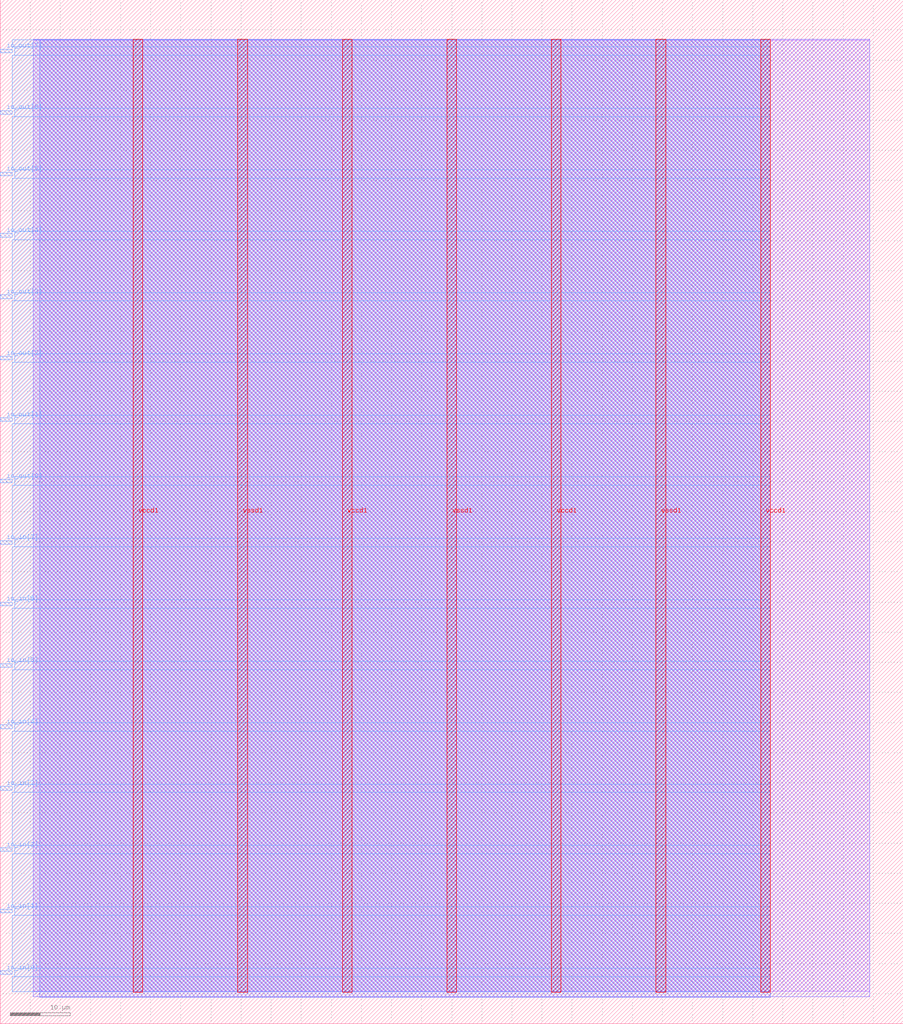
<source format=lef>
VERSION 5.7 ;
  NOWIREEXTENSIONATPIN ON ;
  DIVIDERCHAR "/" ;
  BUSBITCHARS "[]" ;
MACRO migcorre_pwm
  CLASS BLOCK ;
  FOREIGN migcorre_pwm ;
  ORIGIN 0.000 0.000 ;
  SIZE 150.000 BY 170.000 ;
  PIN io_in[0]
    DIRECTION INPUT ;
    USE SIGNAL ;
    PORT
      LAYER met3 ;
        RECT 0.000 8.200 2.000 8.800 ;
    END
  END io_in[0]
  PIN io_in[1]
    DIRECTION INPUT ;
    USE SIGNAL ;
    PORT
      LAYER met3 ;
        RECT 0.000 18.400 2.000 19.000 ;
    END
  END io_in[1]
  PIN io_in[2]
    DIRECTION INPUT ;
    USE SIGNAL ;
    PORT
      LAYER met3 ;
        RECT 0.000 28.600 2.000 29.200 ;
    END
  END io_in[2]
  PIN io_in[3]
    DIRECTION INPUT ;
    USE SIGNAL ;
    PORT
      LAYER met3 ;
        RECT 0.000 38.800 2.000 39.400 ;
    END
  END io_in[3]
  PIN io_in[4]
    DIRECTION INPUT ;
    USE SIGNAL ;
    PORT
      LAYER met3 ;
        RECT 0.000 49.000 2.000 49.600 ;
    END
  END io_in[4]
  PIN io_in[5]
    DIRECTION INPUT ;
    USE SIGNAL ;
    PORT
      LAYER met3 ;
        RECT 0.000 59.200 2.000 59.800 ;
    END
  END io_in[5]
  PIN io_in[6]
    DIRECTION INPUT ;
    USE SIGNAL ;
    PORT
      LAYER met3 ;
        RECT 0.000 69.400 2.000 70.000 ;
    END
  END io_in[6]
  PIN io_in[7]
    DIRECTION INPUT ;
    USE SIGNAL ;
    PORT
      LAYER met3 ;
        RECT 0.000 79.600 2.000 80.200 ;
    END
  END io_in[7]
  PIN io_out[0]
    DIRECTION OUTPUT TRISTATE ;
    USE SIGNAL ;
    PORT
      LAYER met3 ;
        RECT 0.000 89.800 2.000 90.400 ;
    END
  END io_out[0]
  PIN io_out[1]
    DIRECTION OUTPUT TRISTATE ;
    USE SIGNAL ;
    PORT
      LAYER met3 ;
        RECT 0.000 100.000 2.000 100.600 ;
    END
  END io_out[1]
  PIN io_out[2]
    DIRECTION OUTPUT TRISTATE ;
    USE SIGNAL ;
    PORT
      LAYER met3 ;
        RECT 0.000 110.200 2.000 110.800 ;
    END
  END io_out[2]
  PIN io_out[3]
    DIRECTION OUTPUT TRISTATE ;
    USE SIGNAL ;
    PORT
      LAYER met3 ;
        RECT 0.000 120.400 2.000 121.000 ;
    END
  END io_out[3]
  PIN io_out[4]
    DIRECTION OUTPUT TRISTATE ;
    USE SIGNAL ;
    PORT
      LAYER met3 ;
        RECT 0.000 130.600 2.000 131.200 ;
    END
  END io_out[4]
  PIN io_out[5]
    DIRECTION OUTPUT TRISTATE ;
    USE SIGNAL ;
    PORT
      LAYER met3 ;
        RECT 0.000 140.800 2.000 141.400 ;
    END
  END io_out[5]
  PIN io_out[6]
    DIRECTION OUTPUT TRISTATE ;
    USE SIGNAL ;
    PORT
      LAYER met3 ;
        RECT 0.000 151.000 2.000 151.600 ;
    END
  END io_out[6]
  PIN io_out[7]
    DIRECTION OUTPUT TRISTATE ;
    USE SIGNAL ;
    PORT
      LAYER met3 ;
        RECT 0.000 161.200 2.000 161.800 ;
    END
  END io_out[7]
  PIN vccd1
    DIRECTION INOUT ;
    USE POWER ;
    PORT
      LAYER met4 ;
        RECT 22.090 5.200 23.690 163.440 ;
    END
    PORT
      LAYER met4 ;
        RECT 56.830 5.200 58.430 163.440 ;
    END
    PORT
      LAYER met4 ;
        RECT 91.570 5.200 93.170 163.440 ;
    END
    PORT
      LAYER met4 ;
        RECT 126.310 5.200 127.910 163.440 ;
    END
  END vccd1
  PIN vssd1
    DIRECTION INOUT ;
    USE GROUND ;
    PORT
      LAYER met4 ;
        RECT 39.460 5.200 41.060 163.440 ;
    END
    PORT
      LAYER met4 ;
        RECT 74.200 5.200 75.800 163.440 ;
    END
    PORT
      LAYER met4 ;
        RECT 108.940 5.200 110.540 163.440 ;
    END
  END vssd1
  OBS
      LAYER li1 ;
        RECT 5.520 5.355 144.440 163.285 ;
      LAYER met1 ;
        RECT 5.520 4.460 144.440 163.440 ;
      LAYER met2 ;
        RECT 6.530 4.430 127.880 163.385 ;
      LAYER met3 ;
        RECT 2.000 162.200 127.900 163.365 ;
        RECT 2.400 160.800 127.900 162.200 ;
        RECT 2.000 152.000 127.900 160.800 ;
        RECT 2.400 150.600 127.900 152.000 ;
        RECT 2.000 141.800 127.900 150.600 ;
        RECT 2.400 140.400 127.900 141.800 ;
        RECT 2.000 131.600 127.900 140.400 ;
        RECT 2.400 130.200 127.900 131.600 ;
        RECT 2.000 121.400 127.900 130.200 ;
        RECT 2.400 120.000 127.900 121.400 ;
        RECT 2.000 111.200 127.900 120.000 ;
        RECT 2.400 109.800 127.900 111.200 ;
        RECT 2.000 101.000 127.900 109.800 ;
        RECT 2.400 99.600 127.900 101.000 ;
        RECT 2.000 90.800 127.900 99.600 ;
        RECT 2.400 89.400 127.900 90.800 ;
        RECT 2.000 80.600 127.900 89.400 ;
        RECT 2.400 79.200 127.900 80.600 ;
        RECT 2.000 70.400 127.900 79.200 ;
        RECT 2.400 69.000 127.900 70.400 ;
        RECT 2.000 60.200 127.900 69.000 ;
        RECT 2.400 58.800 127.900 60.200 ;
        RECT 2.000 50.000 127.900 58.800 ;
        RECT 2.400 48.600 127.900 50.000 ;
        RECT 2.000 39.800 127.900 48.600 ;
        RECT 2.400 38.400 127.900 39.800 ;
        RECT 2.000 29.600 127.900 38.400 ;
        RECT 2.400 28.200 127.900 29.600 ;
        RECT 2.000 19.400 127.900 28.200 ;
        RECT 2.400 18.000 127.900 19.400 ;
        RECT 2.000 9.200 127.900 18.000 ;
        RECT 2.400 7.800 127.900 9.200 ;
        RECT 2.000 5.275 127.900 7.800 ;
  END
END migcorre_pwm
END LIBRARY


</source>
